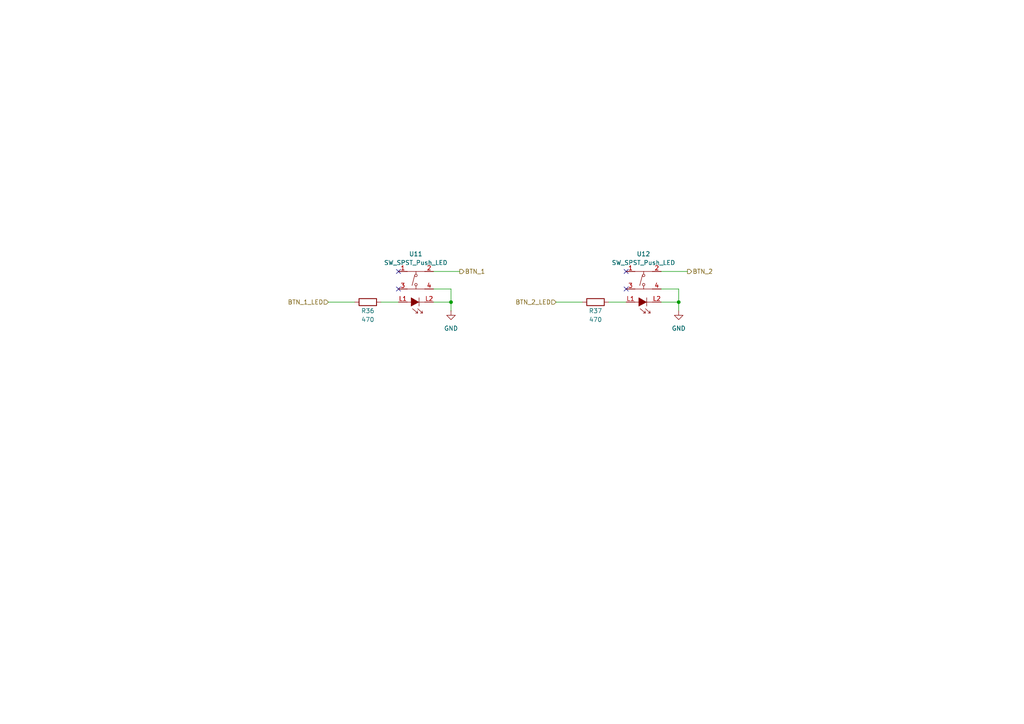
<source format=kicad_sch>
(kicad_sch (version 20250114) (generator "eeschema") (generator_version "9.0")
  (paper "A4")
  (lib_symbols
    (symbol "Device:R" (pin_numbers (hide yes)) (pin_names (offset 0))
      (property "Reference" "R" (at 2.032 0 90))
      (property "Value" "R" (at 0 0 90))
      (symbol "R_0_1"
        (rectangle (start -1.016 -2.54) (end 1.016 2.54) (stroke (width 0.254)))
      )
      (symbol "R_1_1"
        (pin passive line (at 0 3.81 270) (length 1.27) (name "~") (number "1"))
        (pin passive line (at 0 -3.81 90) (length 1.27) (name "~") (number "2"))
      )
    )
    (symbol "Shmoergh-Custom-Components:SW_SPST_Push_LED" (pin_names (offset 1.016))
      (property "Reference" "U" (at 0 6.35 0))
      (property "Value" "SW_SPST_Push_LED" (at 0.381 8.89 0))
      (symbol "SW_SPST_Push_LED_0_1"
        (rectangle (start -2.54 2.54) (end 2.54 2.54))
        (rectangle (start -2.54 -2.54) (end 2.54 -2.54))
        (polyline (pts (xy -1.397 -7.493) (xy -1.397 -5.08) (xy 0.762 -6.35) (xy -1.397 -7.493)) (fill (type outline)))
        (polyline (pts (xy -1.016 -8.255) (xy 0.508 -9.525) (xy -0.127 -9.525)))
        (polyline (pts (xy -0.381 1.397) (xy -1.143 -1.524)))
        (rectangle (start 0 2.54) (end 0 1.778))
        (circle (center 0 1.397) (radius 0.3556))
        (circle (center 0 -1.27) (radius 0.3556))
        (rectangle (start 0 -2.54) (end 0 -1.651))
        (polyline (pts (xy 0.508 -8.255) (xy 1.905 -9.525) (xy 1.27 -9.525)))
        (polyline (pts (xy 0.508 -9.525) (xy 0.381 -8.89)))
        (polyline (pts (xy 0.889 -5.08) (xy 0.889 -7.493)))
        (polyline (pts (xy 1.905 -9.525) (xy 1.778 -8.89)))
        (polyline (pts (xy 2.54 -6.35) (xy 0.889 -6.35) (xy -2.667 -6.35)))
      )
      (symbol "SW_SPST_Push_LED_1_1"
        (pin input line (at -5.08 2.54 0) (length 2.54) (name "~") (number "1"))
        (pin input line (at -5.08 -2.54 0) (length 2.54) (name "~") (number "3"))
        (pin input line (at -5.08 -6.35 0) (length 2.54) (name "~") (number "L1"))
        (pin input line (at 5.08 2.54 180) (length 2.54) (name "~") (number "2"))
        (pin input line (at 5.08 -2.54 180) (length 2.54) (name "~") (number "4"))
        (pin input line (at 5.08 -6.35 180) (length 2.54) (name "~") (number "L2"))
      )
    )
    (symbol "power:GND" (power) (pin_numbers (hide yes)) (pin_names (offset 0) (hide yes))
      (property "Value" "GND" (at 0 -3.81 0))
      (symbol "GND_0_1"
        (polyline (pts (xy 0 0) (xy 0 -1.27) (xy 1.27 -1.27) (xy 0 -2.54) (xy -1.27 -1.27) (xy 0 -1.27)))
      )
      (symbol "GND_1_1"
        (pin power_in line (at 0 0 270) (length 0) (name "~") (number "1"))
      )
    )
  )
  (junction (at 196.85 87.63))
  (junction (at 130.81 87.63))
  (no_connect (at 115.57 83.82))
  (no_connect (at 181.61 78.74))
  (no_connect (at 115.57 78.74))
  (no_connect (at 181.61 83.82))
  (wire (pts (xy 125.73 87.63) (xy 130.81 87.63)))
  (wire (pts (xy 191.77 87.63) (xy 196.85 87.63)))
  (wire (pts (xy 95.25 87.63) (xy 102.87 87.63)))
  (wire (pts (xy 130.81 87.63) (xy 130.81 90.17)))
  (wire (pts (xy 196.85 83.82) (xy 196.85 87.63)))
  (wire (pts (xy 176.53 87.63) (xy 181.61 87.63)))
  (wire (pts (xy 191.77 78.74) (xy 199.39 78.74)))
  (wire (pts (xy 110.49 87.63) (xy 115.57 87.63)))
  (wire (pts (xy 161.29 87.63) (xy 168.91 87.63)))
  (wire (pts (xy 125.73 78.74) (xy 133.35 78.74)))
  (wire (pts (xy 191.77 83.82) (xy 196.85 83.82)))
  (wire (pts (xy 130.81 83.82) (xy 130.81 87.63)))
  (wire (pts (xy 125.73 83.82) (xy 130.81 83.82)))
  (wire (pts (xy 196.85 87.63) (xy 196.85 90.17)))
  (hierarchical_label "BTN_2_LED" (shape input) (at 161.29 87.63 180))
  (hierarchical_label "BTN_2" (shape output) (at 199.39 78.74 0))
  (hierarchical_label "BTN_1_LED" (shape input) (at 95.25 87.63 180))
  (hierarchical_label "BTN_1" (shape output) (at 133.35 78.74 0))
  (symbol (lib_id "Shmoergh-Custom-Components:SW_SPST_Push_LED") (at 186.69 81.28 0) (unit 1)
    (property "Reference" "U12" (at 186.6265 73.66 0))
    (property "Value" "SW_SPST_Push_LED" (at 186.6265 76.2 0))
    (property "Footprint" "Shmoergh_Custom_Footprints:SPST_Circular_Pushbutton_LED" (effects (hide yes)))
  )
  (symbol (lib_id "Shmoergh-Custom-Components:SW_SPST_Push_LED") (at 120.65 81.28 0) (unit 1)
    (property "Reference" "U11" (at 120.5865 73.66 0))
    (property "Value" "SW_SPST_Push_LED" (at 120.5865 76.2 0))
    (property "Footprint" "Shmoergh_Custom_Footprints:SPST_Circular_Pushbutton_LED" (effects (hide yes)))
  )
  (symbol (lib_id "power:GND") (at 196.85 90.17 0) (unit 1)
    (property "Reference" "#PWR071" (effects (hide yes)))
    (property "Value" "GND" (at 196.85 95.25 0))
    (property "Description" "Power symbol creates a global label with name \"GND\" , ground" (effects (hide yes)))
  )
  (symbol (lib_id "power:GND") (at 130.81 90.17 0) (unit 1)
    (property "Reference" "#PWR070" (effects (hide yes)))
    (property "Value" "GND" (at 130.81 95.25 0))
    (property "Description" "Power symbol creates a global label with name \"GND\" , ground" (effects (hide yes)))
  )
  (symbol (lib_id "Device:R") (at 172.72 87.63 90) (unit 1)
    (property "Reference" "R37" (at 172.72 90.17 90))
    (property "Value" "470" (at 172.72 92.71 90))
    (property "Footprint" "Resistor_SMD:R_0603_1608Metric" (effects (hide yes)))
    (property "Vendor" "JLCPCB" (effects (hide yes)))
  )
  (symbol (lib_id "Device:R") (at 106.68 87.63 90) (unit 1)
    (property "Reference" "R36" (at 106.68 90.17 90))
    (property "Value" "470" (at 106.68 92.71 90))
    (property "Footprint" "Resistor_SMD:R_0603_1608Metric" (effects (hide yes)))
    (property "Vendor" "JLCPCB" (effects (hide yes)))
  )
)
</source>
